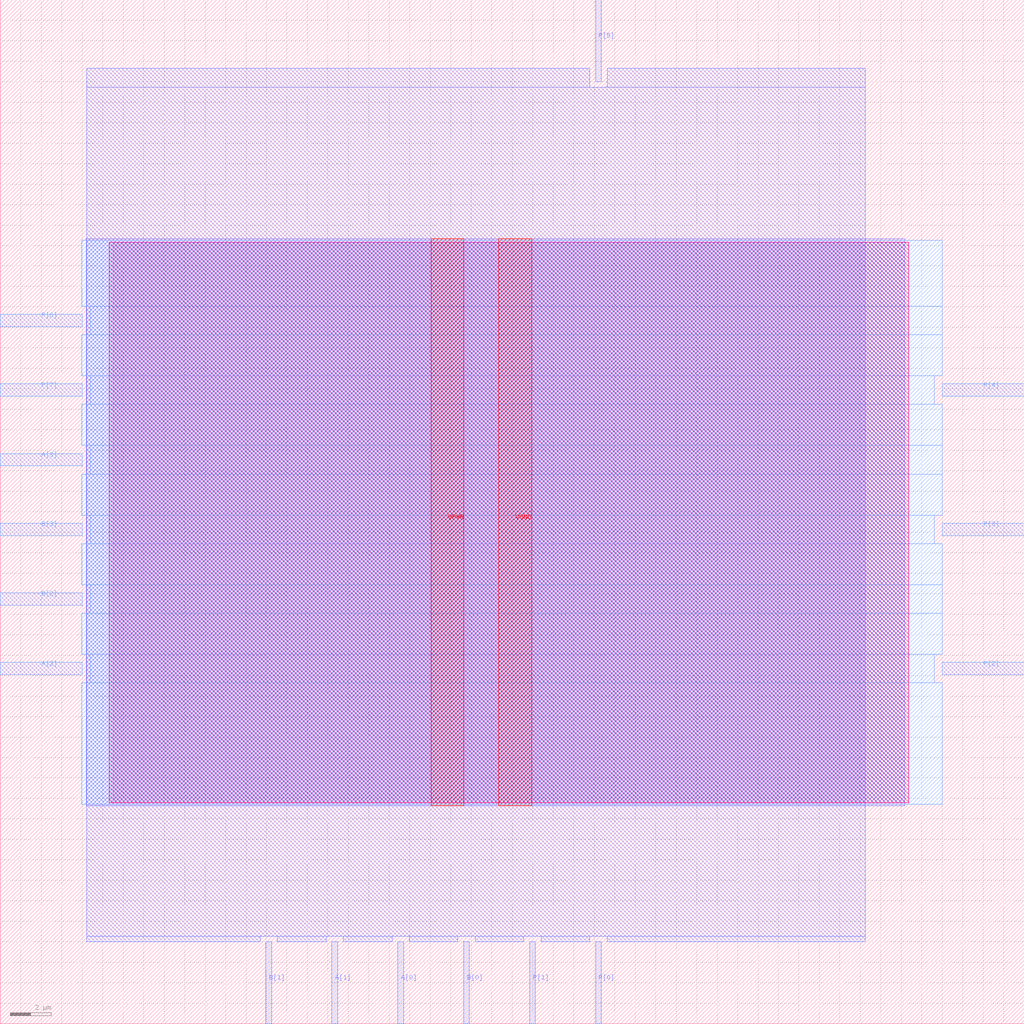
<source format=lef>
VERSION 5.7 ;
  NOWIREEXTENSIONATPIN ON ;
  DIVIDERCHAR "/" ;
  BUSBITCHARS "[]" ;
MACRO mult4_SarsaNada_e6_SARSA_RUIDO_e9_SARSA_RUIDO_e9_SARSA_RUIDO_e9
  CLASS BLOCK ;
  FOREIGN mult4_SarsaNada_e6_SARSA_RUIDO_e9_SARSA_RUIDO_e9_SARSA_RUIDO_e9 ;
  ORIGIN 0.000 0.000 ;
  SIZE 50.000 BY 50.000 ;
  PIN A[0]
    DIRECTION INPUT ;
    USE SIGNAL ;
    ANTENNAGATEAREA 0.196500 ;
    PORT
      LAYER met2 ;
        RECT 19.410 0.000 19.690 4.000 ;
    END
  END A[0]
  PIN A[1]
    DIRECTION INPUT ;
    USE SIGNAL ;
    ANTENNAGATEAREA 0.126000 ;
    PORT
      LAYER met2 ;
        RECT 16.190 0.000 16.470 4.000 ;
    END
  END A[1]
  PIN A[2]
    DIRECTION INPUT ;
    USE SIGNAL ;
    ANTENNAGATEAREA 0.126000 ;
    PORT
      LAYER met3 ;
        RECT 0.000 17.040 4.000 17.640 ;
    END
  END A[2]
  PIN A[3]
    DIRECTION INPUT ;
    USE SIGNAL ;
    ANTENNAGATEAREA 0.196500 ;
    PORT
      LAYER met3 ;
        RECT 0.000 27.240 4.000 27.840 ;
    END
  END A[3]
  PIN B[0]
    DIRECTION INPUT ;
    USE SIGNAL ;
    ANTENNAGATEAREA 0.196500 ;
    PORT
      LAYER met2 ;
        RECT 22.630 0.000 22.910 4.000 ;
    END
  END B[0]
  PIN B[1]
    DIRECTION INPUT ;
    USE SIGNAL ;
    ANTENNAGATEAREA 0.213000 ;
    PORT
      LAYER met2 ;
        RECT 12.970 0.000 13.250 4.000 ;
    END
  END B[1]
  PIN B[2]
    DIRECTION INPUT ;
    USE SIGNAL ;
    ANTENNAGATEAREA 0.196500 ;
    PORT
      LAYER met3 ;
        RECT 0.000 20.440 4.000 21.040 ;
    END
  END B[2]
  PIN B[3]
    DIRECTION INPUT ;
    USE SIGNAL ;
    ANTENNAGATEAREA 0.126000 ;
    PORT
      LAYER met3 ;
        RECT 0.000 23.840 4.000 24.440 ;
    END
  END B[3]
  PIN P[0]
    DIRECTION OUTPUT ;
    USE SIGNAL ;
    ANTENNADIFFAREA 0.445500 ;
    PORT
      LAYER met2 ;
        RECT 29.070 0.000 29.350 4.000 ;
    END
  END P[0]
  PIN P[1]
    DIRECTION OUTPUT ;
    USE SIGNAL ;
    ANTENNADIFFAREA 0.445500 ;
    PORT
      LAYER met2 ;
        RECT 25.850 0.000 26.130 4.000 ;
    END
  END P[1]
  PIN P[2]
    DIRECTION OUTPUT ;
    USE SIGNAL ;
    ANTENNADIFFAREA 0.445500 ;
    PORT
      LAYER met3 ;
        RECT 46.000 17.040 50.000 17.640 ;
    END
  END P[2]
  PIN P[3]
    DIRECTION OUTPUT ;
    USE SIGNAL ;
    ANTENNADIFFAREA 0.445500 ;
    PORT
      LAYER met3 ;
        RECT 46.000 23.840 50.000 24.440 ;
    END
  END P[3]
  PIN P[4]
    DIRECTION OUTPUT ;
    USE SIGNAL ;
    ANTENNADIFFAREA 0.445500 ;
    PORT
      LAYER met3 ;
        RECT 46.000 30.640 50.000 31.240 ;
    END
  END P[4]
  PIN P[5]
    DIRECTION OUTPUT ;
    USE SIGNAL ;
    ANTENNADIFFAREA 0.445500 ;
    PORT
      LAYER met2 ;
        RECT 29.070 46.000 29.350 50.000 ;
    END
  END P[5]
  PIN P[6]
    DIRECTION OUTPUT ;
    USE SIGNAL ;
    ANTENNADIFFAREA 0.445500 ;
    PORT
      LAYER met3 ;
        RECT 0.000 34.040 4.000 34.640 ;
    END
  END P[6]
  PIN P[7]
    DIRECTION OUTPUT ;
    USE SIGNAL ;
    ANTENNADIFFAREA 0.445500 ;
    PORT
      LAYER met3 ;
        RECT 0.000 30.640 4.000 31.240 ;
    END
  END P[7]
  PIN VGND
    DIRECTION INOUT ;
    USE GROUND ;
    PORT
      LAYER met4 ;
        RECT 24.340 10.640 25.940 38.320 ;
    END
  END VGND
  PIN VPWR
    DIRECTION INOUT ;
    USE POWER ;
    PORT
      LAYER met4 ;
        RECT 21.040 10.640 22.640 38.320 ;
    END
  END VPWR
  OBS
      LAYER nwell ;
        RECT 5.330 10.795 44.350 38.165 ;
      LAYER li1 ;
        RECT 5.520 10.795 44.160 38.165 ;
      LAYER met1 ;
        RECT 4.210 10.640 44.160 38.320 ;
      LAYER met2 ;
        RECT 4.230 45.720 28.790 46.650 ;
        RECT 29.630 45.720 42.230 46.650 ;
        RECT 4.230 4.280 42.230 45.720 ;
        RECT 4.230 4.000 12.690 4.280 ;
        RECT 13.530 4.000 15.910 4.280 ;
        RECT 16.750 4.000 19.130 4.280 ;
        RECT 19.970 4.000 22.350 4.280 ;
        RECT 23.190 4.000 25.570 4.280 ;
        RECT 26.410 4.000 28.790 4.280 ;
        RECT 29.630 4.000 42.230 4.280 ;
      LAYER met3 ;
        RECT 3.990 35.040 46.000 38.245 ;
        RECT 4.400 33.640 46.000 35.040 ;
        RECT 3.990 31.640 46.000 33.640 ;
        RECT 4.400 30.240 45.600 31.640 ;
        RECT 3.990 28.240 46.000 30.240 ;
        RECT 4.400 26.840 46.000 28.240 ;
        RECT 3.990 24.840 46.000 26.840 ;
        RECT 4.400 23.440 45.600 24.840 ;
        RECT 3.990 21.440 46.000 23.440 ;
        RECT 4.400 20.040 46.000 21.440 ;
        RECT 3.990 18.040 46.000 20.040 ;
        RECT 4.400 16.640 45.600 18.040 ;
        RECT 3.990 10.715 46.000 16.640 ;
  END
END mult4_SarsaNada_e6_SARSA_RUIDO_e9_SARSA_RUIDO_e9_SARSA_RUIDO_e9
END LIBRARY


</source>
